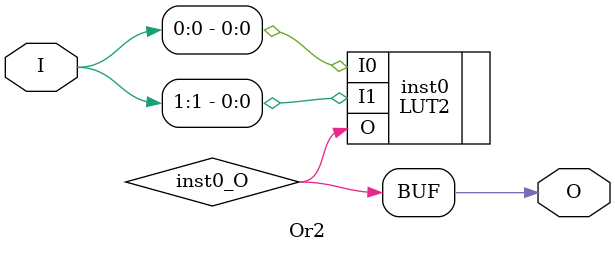
<source format=v>
module Or2 (input [1:0] I, output  O);
wire  inst0_O;
LUT2 #(.INIT(4'hE)) inst0 (.I0(I[0]), .I1(I[1]), .O(inst0_O));
assign O = inst0_O;
endmodule


</source>
